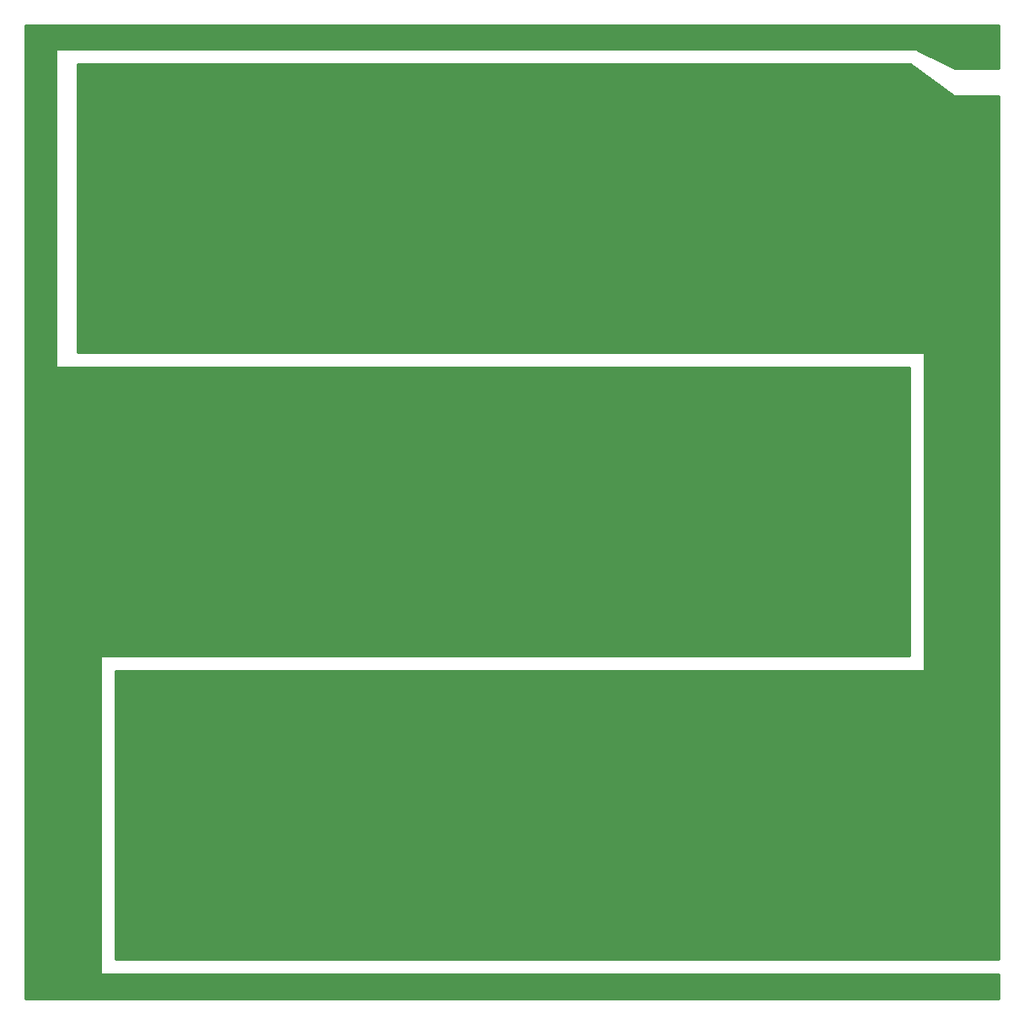
<source format=gbr>
%TF.GenerationSoftware,KiCad,Pcbnew,(5.1.6-0-10_14)*%
%TF.CreationDate,2020-08-23T12:03:37+01:00*%
%TF.ProjectId,UVLedPanel_100mm_100mm,55564c65-6450-4616-9e65-6c5f3130306d,A*%
%TF.SameCoordinates,Original*%
%TF.FileFunction,Copper,L1,Top*%
%TF.FilePolarity,Positive*%
%FSLAX46Y46*%
G04 Gerber Fmt 4.6, Leading zero omitted, Abs format (unit mm)*
G04 Created by KiCad (PCBNEW (5.1.6-0-10_14)) date 2020-08-23 12:03:37*
%MOMM*%
%LPD*%
G01*
G04 APERTURE LIST*
%TA.AperFunction,SMDPad,CuDef*%
%ADD10R,2.600000X1.500000*%
%TD*%
%TA.AperFunction,SMDPad,CuDef*%
%ADD11R,4.000000X4.000000*%
%TD*%
%TA.AperFunction,Conductor*%
%ADD12C,0.254000*%
%TD*%
G04 APERTURE END LIST*
D10*
%TO.P,D16,2*%
%TO.N,VPP*%
X115570000Y-144550000D03*
%TO.P,D16,1*%
%TO.N,GNDS*%
X115570000Y-147550000D03*
%TD*%
%TO.P,D15,2*%
%TO.N,VPP*%
X115570000Y-117070000D03*
%TO.P,D15,1*%
%TO.N,GNDS*%
X115570000Y-114070000D03*
%TD*%
%TO.P,D14,2*%
%TO.N,VPP*%
X115570000Y-83590000D03*
%TO.P,D14,1*%
%TO.N,GNDS*%
X115570000Y-86590000D03*
%TD*%
%TO.P,D13,2*%
%TO.N,VPP*%
X115570000Y-56110000D03*
%TO.P,D13,1*%
%TO.N,GNDS*%
X115570000Y-53110000D03*
%TD*%
%TO.P,D12,2*%
%TO.N,VPP*%
X140970000Y-144550000D03*
%TO.P,D12,1*%
%TO.N,GNDS*%
X140970000Y-147550000D03*
%TD*%
%TO.P,D11,2*%
%TO.N,VPP*%
X140970000Y-117070000D03*
%TO.P,D11,1*%
%TO.N,GNDS*%
X140970000Y-114070000D03*
%TD*%
%TO.P,D10,2*%
%TO.N,VPP*%
X140970000Y-83590000D03*
%TO.P,D10,1*%
%TO.N,GNDS*%
X140970000Y-86590000D03*
%TD*%
%TO.P,D9,2*%
%TO.N,VPP*%
X140970000Y-56110000D03*
%TO.P,D9,1*%
%TO.N,GNDS*%
X140970000Y-53110000D03*
%TD*%
%TO.P,D8,2*%
%TO.N,VPP*%
X166370000Y-144550000D03*
%TO.P,D8,1*%
%TO.N,GNDS*%
X166370000Y-147550000D03*
%TD*%
%TO.P,D7,2*%
%TO.N,VPP*%
X166370000Y-117070000D03*
%TO.P,D7,1*%
%TO.N,GNDS*%
X166370000Y-114070000D03*
%TD*%
%TO.P,D6,2*%
%TO.N,VPP*%
X166370000Y-83590000D03*
%TO.P,D6,1*%
%TO.N,GNDS*%
X166370000Y-86590000D03*
%TD*%
%TO.P,D5,2*%
%TO.N,VPP*%
X166370000Y-56110000D03*
%TO.P,D5,1*%
%TO.N,GNDS*%
X166370000Y-53110000D03*
%TD*%
D11*
%TO.P,J2,1*%
%TO.N,GNDS*%
X200660000Y-53340000D03*
%TD*%
%TO.P,J1,1*%
%TO.N,VPP*%
X200660000Y-60960000D03*
%TD*%
D10*
%TO.P,D4,2*%
%TO.N,VPP*%
X191770000Y-144550000D03*
%TO.P,D4,1*%
%TO.N,GNDS*%
X191770000Y-147550000D03*
%TD*%
%TO.P,D3,2*%
%TO.N,VPP*%
X191770000Y-117070000D03*
%TO.P,D3,1*%
%TO.N,GNDS*%
X191770000Y-114070000D03*
%TD*%
%TO.P,D2,2*%
%TO.N,VPP*%
X191770000Y-83590000D03*
%TO.P,D2,1*%
%TO.N,GNDS*%
X191770000Y-86590000D03*
%TD*%
%TO.P,D1,2*%
%TO.N,VPP*%
X191770000Y-56110000D03*
%TO.P,D1,1*%
%TO.N,GNDS*%
X191770000Y-53110000D03*
%TD*%
D12*
%TO.N,GNDS*%
G36*
X202540000Y-55753000D02*
G01*
X198149980Y-55753000D01*
X194366796Y-53861408D01*
X194343544Y-53852510D01*
X194310000Y-53848000D01*
X104800000Y-53848000D01*
X104800000Y-51460000D01*
X202540000Y-51460000D01*
X202540000Y-55753000D01*
G37*
X202540000Y-55753000D02*
X198149980Y-55753000D01*
X194366796Y-53861408D01*
X194343544Y-53852510D01*
X194310000Y-53848000D01*
X104800000Y-53848000D01*
X104800000Y-51460000D01*
X202540000Y-51460000D01*
X202540000Y-55753000D01*
%TO.N,VPP*%
G36*
X198046183Y-58523344D02*
G01*
X198067763Y-58535759D01*
X198091350Y-58543726D01*
X198120000Y-58547000D01*
X202540000Y-58547000D01*
X202540000Y-84328000D01*
X109982000Y-84328000D01*
X109982000Y-55372000D01*
X193634301Y-55372000D01*
X198046183Y-58523344D01*
G37*
X198046183Y-58523344D02*
X198067763Y-58535759D01*
X198091350Y-58543726D01*
X198120000Y-58547000D01*
X202540000Y-58547000D01*
X202540000Y-84328000D01*
X109982000Y-84328000D01*
X109982000Y-55372000D01*
X193634301Y-55372000D01*
X198046183Y-58523344D01*
%TO.N,GNDS*%
G36*
X107823000Y-85725000D02*
G01*
X107825440Y-85749776D01*
X107832667Y-85773601D01*
X107844403Y-85795557D01*
X107860197Y-85814803D01*
X107879443Y-85830597D01*
X107901399Y-85842333D01*
X107925224Y-85849560D01*
X107950000Y-85852000D01*
X193548000Y-85852000D01*
X193548000Y-114808000D01*
X104800000Y-114808000D01*
X104800000Y-52197000D01*
X107823000Y-52197000D01*
X107823000Y-85725000D01*
G37*
X107823000Y-85725000D02*
X107825440Y-85749776D01*
X107832667Y-85773601D01*
X107844403Y-85795557D01*
X107860197Y-85814803D01*
X107879443Y-85830597D01*
X107901399Y-85842333D01*
X107925224Y-85849560D01*
X107950000Y-85852000D01*
X193548000Y-85852000D01*
X193548000Y-114808000D01*
X104800000Y-114808000D01*
X104800000Y-52197000D01*
X107823000Y-52197000D01*
X107823000Y-85725000D01*
%TO.N,VPP*%
G36*
X202540001Y-145288000D02*
G01*
X113792000Y-145288000D01*
X113792000Y-116332000D01*
X194945000Y-116332000D01*
X194969776Y-116329560D01*
X194993601Y-116322333D01*
X195015557Y-116310597D01*
X195034803Y-116294803D01*
X195050597Y-116275557D01*
X195062333Y-116253601D01*
X195069560Y-116229776D01*
X195072000Y-116205000D01*
X195072000Y-83312000D01*
X202540000Y-83312000D01*
X202540001Y-145288000D01*
G37*
X202540001Y-145288000D02*
X113792000Y-145288000D01*
X113792000Y-116332000D01*
X194945000Y-116332000D01*
X194969776Y-116329560D01*
X194993601Y-116322333D01*
X195015557Y-116310597D01*
X195034803Y-116294803D01*
X195050597Y-116275557D01*
X195062333Y-116253601D01*
X195069560Y-116229776D01*
X195072000Y-116205000D01*
X195072000Y-83312000D01*
X202540000Y-83312000D01*
X202540001Y-145288000D01*
%TO.N,GNDS*%
G36*
X112268000Y-146685000D02*
G01*
X112270440Y-146709776D01*
X112277667Y-146733601D01*
X112289403Y-146755557D01*
X112305197Y-146774803D01*
X112324443Y-146790597D01*
X112346399Y-146802333D01*
X112370224Y-146809560D01*
X112395000Y-146812000D01*
X202540001Y-146812000D01*
X202540001Y-149200000D01*
X104800000Y-149200000D01*
X104800000Y-113792000D01*
X112268000Y-113792000D01*
X112268000Y-146685000D01*
G37*
X112268000Y-146685000D02*
X112270440Y-146709776D01*
X112277667Y-146733601D01*
X112289403Y-146755557D01*
X112305197Y-146774803D01*
X112324443Y-146790597D01*
X112346399Y-146802333D01*
X112370224Y-146809560D01*
X112395000Y-146812000D01*
X202540001Y-146812000D01*
X202540001Y-149200000D01*
X104800000Y-149200000D01*
X104800000Y-113792000D01*
X112268000Y-113792000D01*
X112268000Y-146685000D01*
%TD*%
M02*

</source>
